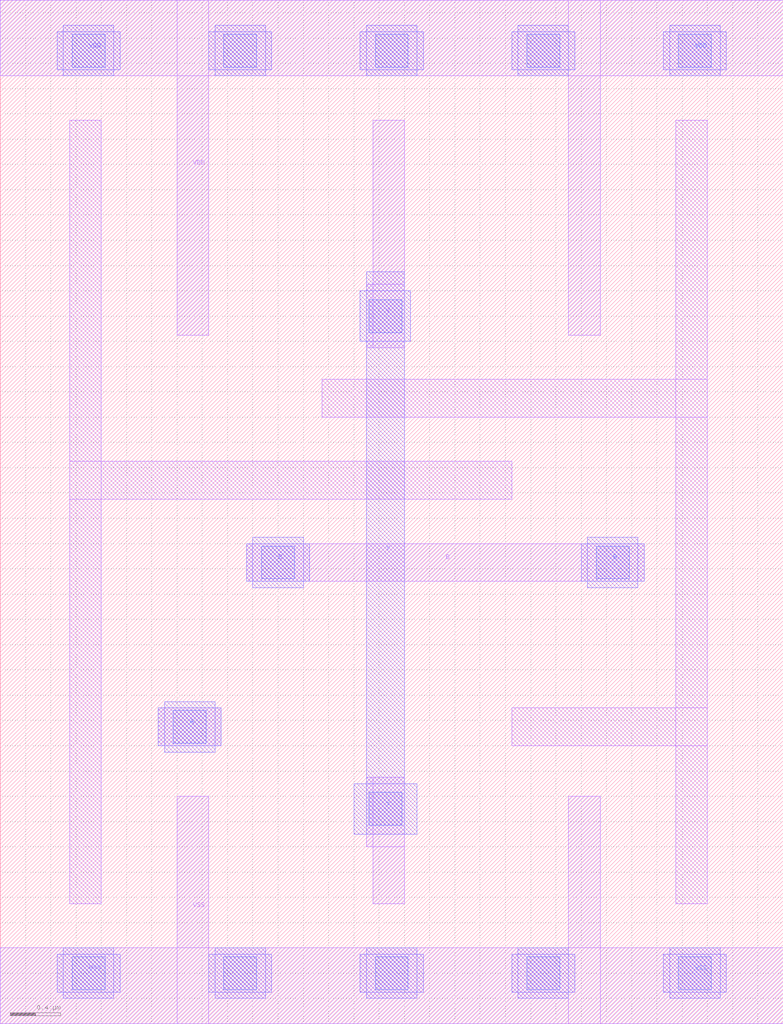
<source format=lef>
# Copyright 2022 Google LLC
# Licensed under the Apache License, Version 2.0 (the "License");
# you may not use this file except in compliance with the License.
# You may obtain a copy of the License at
#
#      http://www.apache.org/licenses/LICENSE-2.0
#
# Unless required by applicable law or agreed to in writing, software
# distributed under the License is distributed on an "AS IS" BASIS,
# WITHOUT WARRANTIES OR CONDITIONS OF ANY KIND, either express or implied.
# See the License for the specific language governing permissions and
# limitations under the License.
VERSION 5.7 ;
BUSBITCHARS "[]" ;
DIVIDERCHAR "/" ;

MACRO gf180mcu_osu_sc_12T_xor2_1
  CLASS CORE ;
  ORIGIN 0 0 ;
  FOREIGN gf180mcu_osu_sc_12T_xor2_1 0 0 ;
  SIZE 6.2 BY 8.1 ;
  SYMMETRY X Y ;
  SITE GF018hv5v_mcu_sc7 ;
  PIN A
    DIRECTION INPUT ;
    USE SIGNAL ;
    PORT
      LAYER MET1 ;
        RECT 1.25 2.2 1.75 2.5 ;
      LAYER MET2 ;
        RECT 1.25 2.2 1.75 2.5 ;
        RECT 1.3 2.15 1.7 2.55 ;
      LAYER VIA12 ;
        RECT 1.37 2.22 1.63 2.48 ;
    END
  END A
  PIN B
    DIRECTION INPUT ;
    USE SIGNAL ;
    PORT
      LAYER MET1 ;
        RECT 1.95 3.5 5.1 3.8 ;
      LAYER MET2 ;
        RECT 4.6 3.5 5.1 3.8 ;
        RECT 4.65 3.45 5.05 3.85 ;
        RECT 1.95 3.5 2.45 3.8 ;
        RECT 2 3.45 2.4 3.85 ;
      LAYER VIA12 ;
        RECT 2.07 3.52 2.33 3.78 ;
        RECT 4.72 3.52 4.98 3.78 ;
    END
  END B
  PIN VDD
    DIRECTION INOUT ;
    USE POWER ;
    SHAPE ABUTMENT ;
    PORT
      LAYER MET1 ;
        RECT 0 7.5 6.2 8.1 ;
        RECT 4.5 5.45 4.75 8.1 ;
        RECT 1.4 5.45 1.65 8.1 ;
      LAYER MET2 ;
        RECT 5.25 7.55 5.75 7.85 ;
        RECT 5.3 7.5 5.7 7.9 ;
        RECT 4.05 7.55 4.55 7.85 ;
        RECT 4.1 7.5 4.5 7.9 ;
        RECT 2.85 7.55 3.35 7.85 ;
        RECT 2.9 7.5 3.3 7.9 ;
        RECT 1.65 7.55 2.15 7.85 ;
        RECT 1.7 7.5 2.1 7.9 ;
        RECT 0.45 7.55 0.95 7.85 ;
        RECT 0.5 7.5 0.9 7.9 ;
      LAYER VIA12 ;
        RECT 0.57 7.57 0.83 7.83 ;
        RECT 1.77 7.57 2.03 7.83 ;
        RECT 2.97 7.57 3.23 7.83 ;
        RECT 4.17 7.57 4.43 7.83 ;
        RECT 5.37 7.57 5.63 7.83 ;
    END
  END VDD
  PIN VSS
    DIRECTION INOUT ;
    USE GROUND ;
    PORT
      LAYER MET1 ;
        RECT 0 0 6.2 0.6 ;
        RECT 4.5 0 4.75 1.8 ;
        RECT 1.4 0 1.65 1.8 ;
      LAYER MET2 ;
        RECT 5.25 0.25 5.75 0.55 ;
        RECT 5.3 0.2 5.7 0.6 ;
        RECT 4.05 0.25 4.55 0.55 ;
        RECT 4.1 0.2 4.5 0.6 ;
        RECT 2.85 0.25 3.35 0.55 ;
        RECT 2.9 0.2 3.3 0.6 ;
        RECT 1.65 0.25 2.15 0.55 ;
        RECT 1.7 0.2 2.1 0.6 ;
        RECT 0.45 0.25 0.95 0.55 ;
        RECT 0.5 0.2 0.9 0.6 ;
      LAYER VIA12 ;
        RECT 0.57 0.27 0.83 0.53 ;
        RECT 1.77 0.27 2.03 0.53 ;
        RECT 2.97 0.27 3.23 0.53 ;
        RECT 4.17 0.27 4.43 0.53 ;
        RECT 5.37 0.27 5.63 0.53 ;
    END
  END VSS
  PIN Y
    DIRECTION OUTPUT ;
    USE SIGNAL ;
    PORT
      LAYER MET1 ;
        RECT 2.9 1.4 3.2 1.95 ;
        RECT 2.95 0.95 3.2 1.95 ;
        RECT 2.95 5.35 3.2 7.15 ;
        RECT 2.9 5.35 3.2 5.85 ;
      LAYER MET2 ;
        RECT 2.8 1.5 3.3 1.9 ;
        RECT 2.85 5.4 3.25 5.8 ;
        RECT 2.9 1.5 3.2 5.95 ;
      LAYER VIA12 ;
        RECT 2.92 5.47 3.18 5.73 ;
        RECT 2.92 1.57 3.18 1.83 ;
    END
  END Y
  OBS
    LAYER MET1 ;
      RECT 5.35 0.95 5.6 7.15 ;
      RECT 2.55 4.8 5.6 5.1 ;
      RECT 4.05 2.2 5.6 2.5 ;
      RECT 0.55 0.95 0.8 7.15 ;
      RECT 0.55 4.15 4.05 4.45 ;
  END
END gf180mcu_osu_sc_12T_xor2_1

</source>
